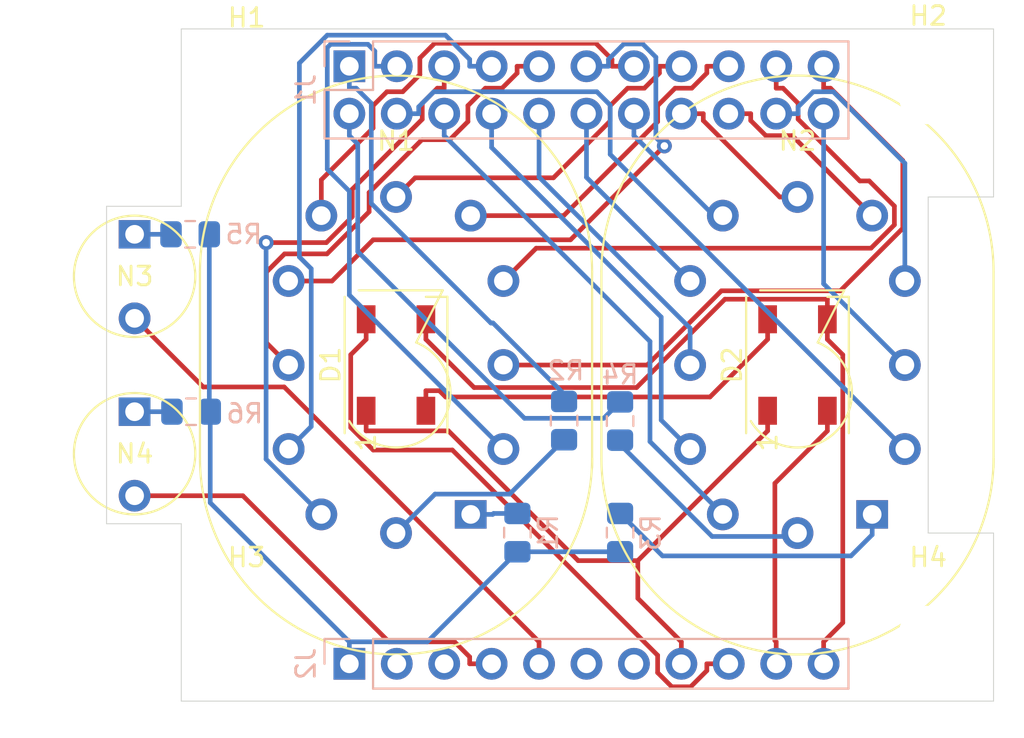
<source format=kicad_pcb>
(kicad_pcb (version 20171130) (host pcbnew 5.1.2)

  (general
    (thickness 1.6)
    (drawings 12)
    (tracks 237)
    (zones 0)
    (modules 18)
    (nets 41)
  )

  (page A4)
  (layers
    (0 F.Cu signal)
    (31 B.Cu signal)
    (32 B.Adhes user)
    (33 F.Adhes user)
    (34 B.Paste user)
    (35 F.Paste user)
    (36 B.SilkS user)
    (37 F.SilkS user)
    (38 B.Mask user)
    (39 F.Mask user)
    (40 Dwgs.User user)
    (41 Cmts.User user)
    (42 Eco1.User user)
    (43 Eco2.User user)
    (44 Edge.Cuts user)
    (45 Margin user)
    (46 B.CrtYd user)
    (47 F.CrtYd user)
    (48 B.Fab user)
    (49 F.Fab user)
  )

  (setup
    (last_trace_width 0.25)
    (trace_clearance 0.2)
    (zone_clearance 0.508)
    (zone_45_only no)
    (trace_min 0.2)
    (via_size 0.8)
    (via_drill 0.4)
    (via_min_size 0.4)
    (via_min_drill 0.3)
    (uvia_size 0.3)
    (uvia_drill 0.1)
    (uvias_allowed no)
    (uvia_min_size 0.2)
    (uvia_min_drill 0.1)
    (edge_width 0.05)
    (segment_width 0.2)
    (pcb_text_width 0.3)
    (pcb_text_size 1.5 1.5)
    (mod_edge_width 0.12)
    (mod_text_size 1 1)
    (mod_text_width 0.15)
    (pad_size 1.524 1.524)
    (pad_drill 0.762)
    (pad_to_mask_clearance 0.051)
    (solder_mask_min_width 0.25)
    (aux_axis_origin 0 0)
    (visible_elements FFFFFF7F)
    (pcbplotparams
      (layerselection 0x010f0_ffffffff)
      (usegerberextensions true)
      (usegerberattributes false)
      (usegerberadvancedattributes false)
      (creategerberjobfile false)
      (excludeedgelayer true)
      (linewidth 0.100000)
      (plotframeref false)
      (viasonmask false)
      (mode 1)
      (useauxorigin false)
      (hpglpennumber 1)
      (hpglpenspeed 20)
      (hpglpendiameter 15.000000)
      (psnegative false)
      (psa4output false)
      (plotreference true)
      (plotvalue true)
      (plotinvisibletext false)
      (padsonsilk false)
      (subtractmaskfromsilk false)
      (outputformat 1)
      (mirror false)
      (drillshape 0)
      (scaleselection 1)
      (outputdirectory "/home/andris/Dropbox/Barkacs/NixieClock/v2/nixieboard/nixieboard/gerber/"))
  )

  (net 0 "")
  (net 1 +5V)
  (net 2 "Net-(D1-Pad2)")
  (net 3 "Net-(D1-Pad4)")
  (net 4 GND)
  (net 5 "Net-(D2-Pad2)")
  (net 6 "Net-(J1-Pad1)")
  (net 7 "Net-(J1-Pad2)")
  (net 8 "Net-(J1-Pad3)")
  (net 9 "Net-(J1-Pad4)")
  (net 10 "Net-(J1-Pad5)")
  (net 11 "Net-(J1-Pad6)")
  (net 12 "Net-(J1-Pad7)")
  (net 13 "Net-(J1-Pad8)")
  (net 14 "Net-(J1-Pad9)")
  (net 15 "Net-(J1-Pad10)")
  (net 16 "Net-(J1-Pad11)")
  (net 17 "Net-(J1-Pad12)")
  (net 18 "Net-(J1-Pad13)")
  (net 19 "Net-(J1-Pad14)")
  (net 20 "Net-(J1-Pad15)")
  (net 21 "Net-(J1-Pad16)")
  (net 22 "Net-(J1-Pad17)")
  (net 23 "Net-(J1-Pad18)")
  (net 24 "Net-(J1-Pad19)")
  (net 25 "Net-(J1-Pad20)")
  (net 26 "Net-(J1-Pad21)")
  (net 27 "Net-(J1-Pad22)")
  (net 28 HT)
  (net 29 "Net-(J2-Pad2)")
  (net 30 "Net-(J2-Pad3)")
  (net 31 "Net-(J2-Pad4)")
  (net 32 "Net-(J2-Pad5)")
  (net 33 "Net-(J2-Pad6)")
  (net 34 "Net-(J2-Pad7)")
  (net 35 "Net-(N1-Pad1)")
  (net 36 "Net-(N1-Pad12)")
  (net 37 "Net-(N2-Pad12)")
  (net 38 "Net-(N2-Pad1)")
  (net 39 "Net-(N3-Pad1)")
  (net 40 "Net-(N4-Pad1)")

  (net_class Default "This is the default net class."
    (clearance 0.2)
    (trace_width 0.25)
    (via_dia 0.8)
    (via_drill 0.4)
    (uvia_dia 0.3)
    (uvia_drill 0.1)
    (add_net +5V)
    (add_net GND)
    (add_net HT)
    (add_net "Net-(D1-Pad2)")
    (add_net "Net-(D1-Pad4)")
    (add_net "Net-(D2-Pad2)")
    (add_net "Net-(J1-Pad1)")
    (add_net "Net-(J1-Pad10)")
    (add_net "Net-(J1-Pad11)")
    (add_net "Net-(J1-Pad12)")
    (add_net "Net-(J1-Pad13)")
    (add_net "Net-(J1-Pad14)")
    (add_net "Net-(J1-Pad15)")
    (add_net "Net-(J1-Pad16)")
    (add_net "Net-(J1-Pad17)")
    (add_net "Net-(J1-Pad18)")
    (add_net "Net-(J1-Pad19)")
    (add_net "Net-(J1-Pad2)")
    (add_net "Net-(J1-Pad20)")
    (add_net "Net-(J1-Pad21)")
    (add_net "Net-(J1-Pad22)")
    (add_net "Net-(J1-Pad3)")
    (add_net "Net-(J1-Pad4)")
    (add_net "Net-(J1-Pad5)")
    (add_net "Net-(J1-Pad6)")
    (add_net "Net-(J1-Pad7)")
    (add_net "Net-(J1-Pad8)")
    (add_net "Net-(J1-Pad9)")
    (add_net "Net-(J2-Pad2)")
    (add_net "Net-(J2-Pad3)")
    (add_net "Net-(J2-Pad4)")
    (add_net "Net-(J2-Pad5)")
    (add_net "Net-(J2-Pad6)")
    (add_net "Net-(J2-Pad7)")
    (add_net "Net-(N1-Pad1)")
    (add_net "Net-(N1-Pad12)")
    (add_net "Net-(N2-Pad1)")
    (add_net "Net-(N2-Pad12)")
    (add_net "Net-(N3-Pad1)")
    (add_net "Net-(N4-Pad1)")
  )

  (module Connector_PinHeader_2.54mm:PinHeader_1x11_P2.54mm_Vertical (layer B.Cu) (tedit 59FED5CC) (tstamp 5CCF6497)
    (at 128 102 270)
    (descr "Through hole straight pin header, 1x11, 2.54mm pitch, single row")
    (tags "Through hole pin header THT 1x11 2.54mm single row")
    (path /5CDB48ED)
    (fp_text reference J2 (at 0 2.33 270) (layer B.SilkS)
      (effects (font (size 1 1) (thickness 0.15)) (justify mirror))
    )
    (fp_text value PowerMisc (at 0 -27.73 270) (layer B.Fab)
      (effects (font (size 1 1) (thickness 0.15)) (justify mirror))
    )
    (fp_text user %R (at 0 -12.7) (layer B.Fab)
      (effects (font (size 1 1) (thickness 0.15)) (justify mirror))
    )
    (fp_line (start 1.8 1.8) (end -1.8 1.8) (layer B.CrtYd) (width 0.05))
    (fp_line (start 1.8 -27.2) (end 1.8 1.8) (layer B.CrtYd) (width 0.05))
    (fp_line (start -1.8 -27.2) (end 1.8 -27.2) (layer B.CrtYd) (width 0.05))
    (fp_line (start -1.8 1.8) (end -1.8 -27.2) (layer B.CrtYd) (width 0.05))
    (fp_line (start -1.33 1.33) (end 0 1.33) (layer B.SilkS) (width 0.12))
    (fp_line (start -1.33 0) (end -1.33 1.33) (layer B.SilkS) (width 0.12))
    (fp_line (start -1.33 -1.27) (end 1.33 -1.27) (layer B.SilkS) (width 0.12))
    (fp_line (start 1.33 -1.27) (end 1.33 -26.73) (layer B.SilkS) (width 0.12))
    (fp_line (start -1.33 -1.27) (end -1.33 -26.73) (layer B.SilkS) (width 0.12))
    (fp_line (start -1.33 -26.73) (end 1.33 -26.73) (layer B.SilkS) (width 0.12))
    (fp_line (start -1.27 0.635) (end -0.635 1.27) (layer B.Fab) (width 0.1))
    (fp_line (start -1.27 -26.67) (end -1.27 0.635) (layer B.Fab) (width 0.1))
    (fp_line (start 1.27 -26.67) (end -1.27 -26.67) (layer B.Fab) (width 0.1))
    (fp_line (start 1.27 1.27) (end 1.27 -26.67) (layer B.Fab) (width 0.1))
    (fp_line (start -0.635 1.27) (end 1.27 1.27) (layer B.Fab) (width 0.1))
    (pad 11 thru_hole oval (at 0 -25.4 270) (size 1.7 1.7) (drill 1) (layers *.Cu *.Mask)
      (net 4 GND))
    (pad 10 thru_hole oval (at 0 -22.86 270) (size 1.7 1.7) (drill 1) (layers *.Cu *.Mask)
      (net 5 "Net-(D2-Pad2)"))
    (pad 9 thru_hole oval (at 0 -20.32 270) (size 1.7 1.7) (drill 1) (layers *.Cu *.Mask)
      (net 3 "Net-(D1-Pad4)"))
    (pad 8 thru_hole oval (at 0 -17.78 270) (size 1.7 1.7) (drill 1) (layers *.Cu *.Mask)
      (net 1 +5V))
    (pad 7 thru_hole oval (at 0 -15.24 270) (size 1.7 1.7) (drill 1) (layers *.Cu *.Mask)
      (net 34 "Net-(J2-Pad7)"))
    (pad 6 thru_hole oval (at 0 -12.7 270) (size 1.7 1.7) (drill 1) (layers *.Cu *.Mask)
      (net 33 "Net-(J2-Pad6)"))
    (pad 5 thru_hole oval (at 0 -10.16 270) (size 1.7 1.7) (drill 1) (layers *.Cu *.Mask)
      (net 32 "Net-(J2-Pad5)"))
    (pad 4 thru_hole oval (at 0 -7.62 270) (size 1.7 1.7) (drill 1) (layers *.Cu *.Mask)
      (net 31 "Net-(J2-Pad4)"))
    (pad 3 thru_hole oval (at 0 -5.08 270) (size 1.7 1.7) (drill 1) (layers *.Cu *.Mask)
      (net 30 "Net-(J2-Pad3)"))
    (pad 2 thru_hole oval (at 0 -2.54 270) (size 1.7 1.7) (drill 1) (layers *.Cu *.Mask)
      (net 29 "Net-(J2-Pad2)"))
    (pad 1 thru_hole rect (at 0 0 270) (size 1.7 1.7) (drill 1) (layers *.Cu *.Mask)
      (net 28 HT))
    (model ${KISYS3DMOD}/Connector_PinHeader_2.54mm.3dshapes/PinHeader_1x11_P2.54mm_Vertical.wrl
      (at (xyz 0 0 0))
      (scale (xyz 1 1 1))
      (rotate (xyz 0 0 0))
    )
  )

  (module Resistor_SMD:R_0805_2012Metric_Pad1.15x1.40mm_HandSolder (layer B.Cu) (tedit 5B36C52B) (tstamp 5CCF6253)
    (at 142.5 89 90)
    (descr "Resistor SMD 0805 (2012 Metric), square (rectangular) end terminal, IPC_7351 nominal with elongated pad for handsoldering. (Body size source: https://docs.google.com/spreadsheets/d/1BsfQQcO9C6DZCsRaXUlFlo91Tg2WpOkGARC1WS5S8t0/edit?usp=sharing), generated with kicad-footprint-generator")
    (tags "resistor handsolder")
    (path /5CCF6139)
    (attr smd)
    (fp_text reference R4 (at 2.475 0 180) (layer B.SilkS)
      (effects (font (size 1 1) (thickness 0.15)) (justify mirror))
    )
    (fp_text value 500k (at 0 -1.65 270) (layer B.Fab)
      (effects (font (size 1 1) (thickness 0.15)) (justify mirror))
    )
    (fp_line (start -1 -0.6) (end -1 0.6) (layer B.Fab) (width 0.1))
    (fp_line (start -1 0.6) (end 1 0.6) (layer B.Fab) (width 0.1))
    (fp_line (start 1 0.6) (end 1 -0.6) (layer B.Fab) (width 0.1))
    (fp_line (start 1 -0.6) (end -1 -0.6) (layer B.Fab) (width 0.1))
    (fp_line (start -0.261252 0.71) (end 0.261252 0.71) (layer B.SilkS) (width 0.12))
    (fp_line (start -0.261252 -0.71) (end 0.261252 -0.71) (layer B.SilkS) (width 0.12))
    (fp_line (start -1.85 -0.95) (end -1.85 0.95) (layer B.CrtYd) (width 0.05))
    (fp_line (start -1.85 0.95) (end 1.85 0.95) (layer B.CrtYd) (width 0.05))
    (fp_line (start 1.85 0.95) (end 1.85 -0.95) (layer B.CrtYd) (width 0.05))
    (fp_line (start 1.85 -0.95) (end -1.85 -0.95) (layer B.CrtYd) (width 0.05))
    (fp_text user %R (at 0 0 270) (layer B.Fab)
      (effects (font (size 0.5 0.5) (thickness 0.08)) (justify mirror))
    )
    (pad 1 smd roundrect (at -1.025 0 90) (size 1.15 1.4) (layers B.Cu B.Paste B.Mask) (roundrect_rratio 0.217391)
      (net 37 "Net-(N2-Pad12)"))
    (pad 2 smd roundrect (at 1.025 0 90) (size 1.15 1.4) (layers B.Cu B.Paste B.Mask) (roundrect_rratio 0.217391)
      (net 7 "Net-(J1-Pad2)"))
    (model ${KISYS3DMOD}/Resistor_SMD.3dshapes/R_0805_2012Metric.wrl
      (at (xyz 0 0 0))
      (scale (xyz 1 1 1))
      (rotate (xyz 0 0 0))
    )
  )

  (module Resistor_SMD:R_0805_2012Metric_Pad1.15x1.40mm_HandSolder (layer B.Cu) (tedit 5B36C52B) (tstamp 5CCF7677)
    (at 119.475 79 180)
    (descr "Resistor SMD 0805 (2012 Metric), square (rectangular) end terminal, IPC_7351 nominal with elongated pad for handsoldering. (Body size source: https://docs.google.com/spreadsheets/d/1BsfQQcO9C6DZCsRaXUlFlo91Tg2WpOkGARC1WS5S8t0/edit?usp=sharing), generated with kicad-footprint-generator")
    (tags "resistor handsolder")
    (path /5CCF59C7)
    (attr smd)
    (fp_text reference R5 (at -2.875 0) (layer B.SilkS)
      (effects (font (size 1 1) (thickness 0.15)) (justify mirror))
    )
    (fp_text value 220k (at 0 -1.65) (layer B.Fab)
      (effects (font (size 1 1) (thickness 0.15)) (justify mirror))
    )
    (fp_line (start -1 -0.6) (end -1 0.6) (layer B.Fab) (width 0.1))
    (fp_line (start -1 0.6) (end 1 0.6) (layer B.Fab) (width 0.1))
    (fp_line (start 1 0.6) (end 1 -0.6) (layer B.Fab) (width 0.1))
    (fp_line (start 1 -0.6) (end -1 -0.6) (layer B.Fab) (width 0.1))
    (fp_line (start -0.261252 0.71) (end 0.261252 0.71) (layer B.SilkS) (width 0.12))
    (fp_line (start -0.261252 -0.71) (end 0.261252 -0.71) (layer B.SilkS) (width 0.12))
    (fp_line (start -1.85 -0.95) (end -1.85 0.95) (layer B.CrtYd) (width 0.05))
    (fp_line (start -1.85 0.95) (end 1.85 0.95) (layer B.CrtYd) (width 0.05))
    (fp_line (start 1.85 0.95) (end 1.85 -0.95) (layer B.CrtYd) (width 0.05))
    (fp_line (start 1.85 -0.95) (end -1.85 -0.95) (layer B.CrtYd) (width 0.05))
    (fp_text user %R (at 0 0) (layer B.Fab)
      (effects (font (size 0.5 0.5) (thickness 0.08)) (justify mirror))
    )
    (pad 1 smd roundrect (at -1.025 0 180) (size 1.15 1.4) (layers B.Cu B.Paste B.Mask) (roundrect_rratio 0.217391)
      (net 28 HT))
    (pad 2 smd roundrect (at 1.025 0 180) (size 1.15 1.4) (layers B.Cu B.Paste B.Mask) (roundrect_rratio 0.217391)
      (net 39 "Net-(N3-Pad1)"))
    (model ${KISYS3DMOD}/Resistor_SMD.3dshapes/R_0805_2012Metric.wrl
      (at (xyz 0 0 0))
      (scale (xyz 1 1 1))
      (rotate (xyz 0 0 0))
    )
  )

  (module LED_SMD:LED_WS2812B_PLCC4_5.0x5.0mm_P3.2mm (layer F.Cu) (tedit 5AA4B285) (tstamp 5CCF6188)
    (at 152 86 90)
    (descr https://cdn-shop.adafruit.com/datasheets/WS2812B.pdf)
    (tags "LED RGB NeoPixel")
    (path /5CCE5C1A)
    (attr smd)
    (fp_text reference D2 (at 0 -3.5 90) (layer F.SilkS)
      (effects (font (size 1 1) (thickness 0.15)))
    )
    (fp_text value WS2812B (at 0 4 90) (layer F.Fab)
      (effects (font (size 1 1) (thickness 0.15)))
    )
    (fp_circle (center 0 0) (end 0 -2) (layer F.Fab) (width 0.1))
    (fp_line (start 3.65 2.75) (end 3.65 1.6) (layer F.SilkS) (width 0.12))
    (fp_line (start -3.65 2.75) (end 3.65 2.75) (layer F.SilkS) (width 0.12))
    (fp_line (start -3.65 -2.75) (end 3.65 -2.75) (layer F.SilkS) (width 0.12))
    (fp_line (start 2.5 -2.5) (end -2.5 -2.5) (layer F.Fab) (width 0.1))
    (fp_line (start 2.5 2.5) (end 2.5 -2.5) (layer F.Fab) (width 0.1))
    (fp_line (start -2.5 2.5) (end 2.5 2.5) (layer F.Fab) (width 0.1))
    (fp_line (start -2.5 -2.5) (end -2.5 2.5) (layer F.Fab) (width 0.1))
    (fp_line (start 2.5 1.5) (end 1.5 2.5) (layer F.Fab) (width 0.1))
    (fp_line (start -3.45 -2.75) (end -3.45 2.75) (layer F.CrtYd) (width 0.05))
    (fp_line (start -3.45 2.75) (end 3.45 2.75) (layer F.CrtYd) (width 0.05))
    (fp_line (start 3.45 2.75) (end 3.45 -2.75) (layer F.CrtYd) (width 0.05))
    (fp_line (start 3.45 -2.75) (end -3.45 -2.75) (layer F.CrtYd) (width 0.05))
    (fp_text user %R (at 0 0 90) (layer F.Fab)
      (effects (font (size 0.8 0.8) (thickness 0.15)))
    )
    (fp_text user 1 (at -4.15 -1.6 90) (layer F.SilkS)
      (effects (font (size 1 1) (thickness 0.15)))
    )
    (pad 1 smd rect (at -2.45 -1.6 90) (size 1.5 1) (layers F.Cu F.Paste F.Mask)
      (net 1 +5V))
    (pad 2 smd rect (at -2.45 1.6 90) (size 1.5 1) (layers F.Cu F.Paste F.Mask)
      (net 5 "Net-(D2-Pad2)"))
    (pad 4 smd rect (at 2.45 -1.6 90) (size 1.5 1) (layers F.Cu F.Paste F.Mask)
      (net 2 "Net-(D1-Pad2)"))
    (pad 3 smd rect (at 2.45 1.6 90) (size 1.5 1) (layers F.Cu F.Paste F.Mask)
      (net 4 GND))
    (model ${KISYS3DMOD}/LED_SMD.3dshapes/LED_WS2812B_PLCC4_5.0x5.0mm_P3.2mm.wrl
      (at (xyz 0 0 0))
      (scale (xyz 1 1 1))
      (rotate (xyz 0 0 0))
    )
  )

  (module nixie:in12b_pinsocket (layer F.Cu) (tedit 5CCDF97B) (tstamp 5CCF6201)
    (at 152 86)
    (path /5CCE444D)
    (fp_text reference N2 (at 0 -12) (layer F.SilkS)
      (effects (font (size 1 1) (thickness 0.15)))
    )
    (fp_text value IN12B (at 0 13) (layer F.Fab)
      (effects (font (size 1 1) (thickness 0.15)))
    )
    (fp_line (start 2.5 -4) (end -2 -4) (layer F.SilkS) (width 0.12))
    (fp_line (start 1.08278 -1.20695) (end 2.5 -4) (layer F.SilkS) (width 0.12))
    (fp_arc (start 0 1.5) (end -2.499999 2.999999) (angle -217.234834) (layer F.SilkS) (width 0.12))
    (fp_line (start -10.5 -5) (end -10.5 5) (layer F.SilkS) (width 0.12))
    (fp_line (start 10.5 -5) (end 10.5 5.5) (layer F.SilkS) (width 0.12))
    (fp_arc (start 0 5) (end -10.5 5) (angle -180) (layer F.SilkS) (width 0.12))
    (fp_arc (start 0 -5) (end 10.5 -5) (angle -180) (layer F.SilkS) (width 0.12))
    (pad 12 thru_hole circle (at 0 9) (size 1.7 1.7) (drill 1) (layers *.Cu *.Mask)
      (net 37 "Net-(N2-Pad12)"))
    (pad 11 thru_hole circle (at -4 8) (size 1.7 1.7) (drill 1) (layers *.Cu *.Mask)
      (net 11 "Net-(J1-Pad6)"))
    (pad 10 thru_hole circle (at -5.75 4.5) (size 1.7 1.7) (drill 1) (layers *.Cu *.Mask)
      (net 13 "Net-(J1-Pad8)"))
    (pad 9 thru_hole circle (at -5.75 0) (size 1.7 1.7) (drill 1) (layers *.Cu *.Mask)
      (net 15 "Net-(J1-Pad10)"))
    (pad 8 thru_hole circle (at -5.75 -4.5) (size 1.7 1.7) (drill 1) (layers *.Cu *.Mask)
      (net 17 "Net-(J1-Pad12)"))
    (pad 7 thru_hole circle (at -4 -8) (size 1.7 1.7) (drill 1) (layers *.Cu *.Mask)
      (net 19 "Net-(J1-Pad14)"))
    (pad 6 thru_hole circle (at 0 -9) (size 1.7 1.7) (drill 1) (layers *.Cu *.Mask)
      (net 21 "Net-(J1-Pad16)"))
    (pad 5 thru_hole circle (at 4 -8) (size 1.7 1.7) (drill 1) (layers *.Cu *.Mask)
      (net 23 "Net-(J1-Pad18)"))
    (pad 4 thru_hole circle (at 5.75 -4.5) (size 1.7 1.7) (drill 1) (layers *.Cu *.Mask)
      (net 25 "Net-(J1-Pad20)"))
    (pad 3 thru_hole circle (at 5.75 0) (size 1.7 1.7) (drill 1) (layers *.Cu *.Mask)
      (net 27 "Net-(J1-Pad22)"))
    (pad 2 thru_hole circle (at 5.75 4.5) (size 1.7 1.7) (drill 1) (layers *.Cu *.Mask)
      (net 9 "Net-(J1-Pad4)"))
    (pad 1 thru_hole rect (at 4 8) (size 1.7 1.524) (drill 1) (layers *.Cu *.Mask)
      (net 38 "Net-(N2-Pad1)"))
  )

  (module nixie:in12b_pinsocket (layer F.Cu) (tedit 5CCDF97B) (tstamp 5CCF61EA)
    (at 130.5 86)
    (path /5CCE3921)
    (fp_text reference N1 (at 0 -12) (layer F.SilkS)
      (effects (font (size 1 1) (thickness 0.15)))
    )
    (fp_text value IN12B (at 0 13) (layer F.Fab)
      (effects (font (size 1 1) (thickness 0.15)))
    )
    (fp_line (start 2.5 -4) (end -2 -4) (layer F.SilkS) (width 0.12))
    (fp_line (start 1.08278 -1.20695) (end 2.5 -4) (layer F.SilkS) (width 0.12))
    (fp_arc (start 0 1.5) (end -2.499999 2.999999) (angle -217.234834) (layer F.SilkS) (width 0.12))
    (fp_line (start -10.5 -5) (end -10.5 5) (layer F.SilkS) (width 0.12))
    (fp_line (start 10.5 -5) (end 10.5 5.5) (layer F.SilkS) (width 0.12))
    (fp_arc (start 0 5) (end -10.5 5) (angle -180) (layer F.SilkS) (width 0.12))
    (fp_arc (start 0 -5) (end 10.5 -5) (angle -180) (layer F.SilkS) (width 0.12))
    (pad 12 thru_hole circle (at 0 9) (size 1.7 1.7) (drill 1) (layers *.Cu *.Mask)
      (net 36 "Net-(N1-Pad12)"))
    (pad 11 thru_hole circle (at -4 8) (size 1.7 1.7) (drill 1) (layers *.Cu *.Mask)
      (net 10 "Net-(J1-Pad5)"))
    (pad 10 thru_hole circle (at -5.75 4.5) (size 1.7 1.7) (drill 1) (layers *.Cu *.Mask)
      (net 12 "Net-(J1-Pad7)"))
    (pad 9 thru_hole circle (at -5.75 0) (size 1.7 1.7) (drill 1) (layers *.Cu *.Mask)
      (net 14 "Net-(J1-Pad9)"))
    (pad 8 thru_hole circle (at -5.75 -4.5) (size 1.7 1.7) (drill 1) (layers *.Cu *.Mask)
      (net 16 "Net-(J1-Pad11)"))
    (pad 7 thru_hole circle (at -4 -8) (size 1.7 1.7) (drill 1) (layers *.Cu *.Mask)
      (net 18 "Net-(J1-Pad13)"))
    (pad 6 thru_hole circle (at 0 -9) (size 1.7 1.7) (drill 1) (layers *.Cu *.Mask)
      (net 20 "Net-(J1-Pad15)"))
    (pad 5 thru_hole circle (at 4 -8) (size 1.7 1.7) (drill 1) (layers *.Cu *.Mask)
      (net 22 "Net-(J1-Pad17)"))
    (pad 4 thru_hole circle (at 5.75 -4.5) (size 1.7 1.7) (drill 1) (layers *.Cu *.Mask)
      (net 24 "Net-(J1-Pad19)"))
    (pad 3 thru_hole circle (at 5.75 0) (size 1.7 1.7) (drill 1) (layers *.Cu *.Mask)
      (net 26 "Net-(J1-Pad21)"))
    (pad 2 thru_hole circle (at 5.75 4.5) (size 1.7 1.7) (drill 1) (layers *.Cu *.Mask)
      (net 8 "Net-(J1-Pad3)"))
    (pad 1 thru_hole rect (at 4 8) (size 1.7 1.524) (drill 1) (layers *.Cu *.Mask)
      (net 35 "Net-(N1-Pad1)"))
  )

  (module nixie:ins-1 (layer F.Cu) (tedit 5CCEC32A) (tstamp 5CCF620F)
    (at 116.5 90.75)
    (path /5CDF8EC9)
    (fp_text reference N4 (at 0 0) (layer F.SilkS)
      (effects (font (size 1 1) (thickness 0.15)))
    )
    (fp_text value INS-1 (at -4.75 -4) (layer F.Fab)
      (effects (font (size 1 1) (thickness 0.15)))
    )
    (fp_circle (center 0 0) (end 0 -3.25) (layer F.SilkS) (width 0.12))
    (pad 2 thru_hole circle (at 0 2.25) (size 1.7 1.7) (drill 1) (layers *.Cu *.Mask)
      (net 31 "Net-(J2-Pad4)"))
    (pad 1 thru_hole rect (at 0 -2.25) (size 1.7 1.524) (drill 1) (layers *.Cu *.Mask)
      (net 40 "Net-(N4-Pad1)"))
  )

  (module Resistor_SMD:R_0805_2012Metric_Pad1.15x1.40mm_HandSolder (layer B.Cu) (tedit 5B36C52B) (tstamp 5CCF6220)
    (at 137 94.975 90)
    (descr "Resistor SMD 0805 (2012 Metric), square (rectangular) end terminal, IPC_7351 nominal with elongated pad for handsoldering. (Body size source: https://docs.google.com/spreadsheets/d/1BsfQQcO9C6DZCsRaXUlFlo91Tg2WpOkGARC1WS5S8t0/edit?usp=sharing), generated with kicad-footprint-generator")
    (tags "resistor handsolder")
    (path /5CCE4B78)
    (attr smd)
    (fp_text reference R1 (at 0 1.65 270) (layer B.SilkS)
      (effects (font (size 1 1) (thickness 0.15)) (justify mirror))
    )
    (fp_text value 68k (at 0 -1.65 270) (layer B.Fab)
      (effects (font (size 1 1) (thickness 0.15)) (justify mirror))
    )
    (fp_text user %R (at 0 0 270) (layer B.Fab)
      (effects (font (size 0.5 0.5) (thickness 0.08)) (justify mirror))
    )
    (fp_line (start 1.85 -0.95) (end -1.85 -0.95) (layer B.CrtYd) (width 0.05))
    (fp_line (start 1.85 0.95) (end 1.85 -0.95) (layer B.CrtYd) (width 0.05))
    (fp_line (start -1.85 0.95) (end 1.85 0.95) (layer B.CrtYd) (width 0.05))
    (fp_line (start -1.85 -0.95) (end -1.85 0.95) (layer B.CrtYd) (width 0.05))
    (fp_line (start -0.261252 -0.71) (end 0.261252 -0.71) (layer B.SilkS) (width 0.12))
    (fp_line (start -0.261252 0.71) (end 0.261252 0.71) (layer B.SilkS) (width 0.12))
    (fp_line (start 1 -0.6) (end -1 -0.6) (layer B.Fab) (width 0.1))
    (fp_line (start 1 0.6) (end 1 -0.6) (layer B.Fab) (width 0.1))
    (fp_line (start -1 0.6) (end 1 0.6) (layer B.Fab) (width 0.1))
    (fp_line (start -1 -0.6) (end -1 0.6) (layer B.Fab) (width 0.1))
    (pad 2 smd roundrect (at 1.025 0 90) (size 1.15 1.4) (layers B.Cu B.Paste B.Mask) (roundrect_rratio 0.217391)
      (net 35 "Net-(N1-Pad1)"))
    (pad 1 smd roundrect (at -1.025 0 90) (size 1.15 1.4) (layers B.Cu B.Paste B.Mask) (roundrect_rratio 0.217391)
      (net 28 HT))
    (model ${KISYS3DMOD}/Resistor_SMD.3dshapes/R_0805_2012Metric.wrl
      (at (xyz 0 0 0))
      (scale (xyz 1 1 1))
      (rotate (xyz 0 0 0))
    )
  )

  (module Resistor_SMD:R_0805_2012Metric_Pad1.15x1.40mm_HandSolder (layer B.Cu) (tedit 5B36C52B) (tstamp 5CCF6231)
    (at 139.5 88.975 90)
    (descr "Resistor SMD 0805 (2012 Metric), square (rectangular) end terminal, IPC_7351 nominal with elongated pad for handsoldering. (Body size source: https://docs.google.com/spreadsheets/d/1BsfQQcO9C6DZCsRaXUlFlo91Tg2WpOkGARC1WS5S8t0/edit?usp=sharing), generated with kicad-footprint-generator")
    (tags "resistor handsolder")
    (path /5CCF6457)
    (attr smd)
    (fp_text reference R2 (at 2.675 0.1) (layer B.SilkS)
      (effects (font (size 1 1) (thickness 0.15)) (justify mirror))
    )
    (fp_text value 500k (at 0 -1.65 90) (layer B.Fab)
      (effects (font (size 1 1) (thickness 0.15)) (justify mirror))
    )
    (fp_text user %R (at 0 0 90) (layer B.Fab)
      (effects (font (size 0.5 0.5) (thickness 0.08)) (justify mirror))
    )
    (fp_line (start 1.85 -0.95) (end -1.85 -0.95) (layer B.CrtYd) (width 0.05))
    (fp_line (start 1.85 0.95) (end 1.85 -0.95) (layer B.CrtYd) (width 0.05))
    (fp_line (start -1.85 0.95) (end 1.85 0.95) (layer B.CrtYd) (width 0.05))
    (fp_line (start -1.85 -0.95) (end -1.85 0.95) (layer B.CrtYd) (width 0.05))
    (fp_line (start -0.261252 -0.71) (end 0.261252 -0.71) (layer B.SilkS) (width 0.12))
    (fp_line (start -0.261252 0.71) (end 0.261252 0.71) (layer B.SilkS) (width 0.12))
    (fp_line (start 1 -0.6) (end -1 -0.6) (layer B.Fab) (width 0.1))
    (fp_line (start 1 0.6) (end 1 -0.6) (layer B.Fab) (width 0.1))
    (fp_line (start -1 0.6) (end 1 0.6) (layer B.Fab) (width 0.1))
    (fp_line (start -1 -0.6) (end -1 0.6) (layer B.Fab) (width 0.1))
    (pad 2 smd roundrect (at 1.025 0 90) (size 1.15 1.4) (layers B.Cu B.Paste B.Mask) (roundrect_rratio 0.217391)
      (net 6 "Net-(J1-Pad1)"))
    (pad 1 smd roundrect (at -1.025 0 90) (size 1.15 1.4) (layers B.Cu B.Paste B.Mask) (roundrect_rratio 0.217391)
      (net 36 "Net-(N1-Pad12)"))
    (model ${KISYS3DMOD}/Resistor_SMD.3dshapes/R_0805_2012Metric.wrl
      (at (xyz 0 0 0))
      (scale (xyz 1 1 1))
      (rotate (xyz 0 0 0))
    )
  )

  (module Connector_PinHeader_2.54mm:PinHeader_2x11_P2.54mm_Vertical (layer B.Cu) (tedit 59FED5CC) (tstamp 5CCF61B4)
    (at 128 70 270)
    (descr "Through hole straight pin header, 2x11, 2.54mm pitch, double rows")
    (tags "Through hole pin header THT 2x11 2.54mm double row")
    (path /5CD5E732)
    (fp_text reference J1 (at 1.27 2.33 270) (layer B.SilkS)
      (effects (font (size 1 1) (thickness 0.15)) (justify mirror))
    )
    (fp_text value Cathodes (at 1.27 -27.73 270) (layer B.Fab)
      (effects (font (size 1 1) (thickness 0.15)) (justify mirror))
    )
    (fp_text user %R (at 1.27 -12.7) (layer B.Fab)
      (effects (font (size 1 1) (thickness 0.15)) (justify mirror))
    )
    (fp_line (start 4.35 1.8) (end -1.8 1.8) (layer B.CrtYd) (width 0.05))
    (fp_line (start 4.35 -27.2) (end 4.35 1.8) (layer B.CrtYd) (width 0.05))
    (fp_line (start -1.8 -27.2) (end 4.35 -27.2) (layer B.CrtYd) (width 0.05))
    (fp_line (start -1.8 1.8) (end -1.8 -27.2) (layer B.CrtYd) (width 0.05))
    (fp_line (start -1.33 1.33) (end 0 1.33) (layer B.SilkS) (width 0.12))
    (fp_line (start -1.33 0) (end -1.33 1.33) (layer B.SilkS) (width 0.12))
    (fp_line (start 1.27 1.33) (end 3.87 1.33) (layer B.SilkS) (width 0.12))
    (fp_line (start 1.27 -1.27) (end 1.27 1.33) (layer B.SilkS) (width 0.12))
    (fp_line (start -1.33 -1.27) (end 1.27 -1.27) (layer B.SilkS) (width 0.12))
    (fp_line (start 3.87 1.33) (end 3.87 -26.73) (layer B.SilkS) (width 0.12))
    (fp_line (start -1.33 -1.27) (end -1.33 -26.73) (layer B.SilkS) (width 0.12))
    (fp_line (start -1.33 -26.73) (end 3.87 -26.73) (layer B.SilkS) (width 0.12))
    (fp_line (start -1.27 0) (end 0 1.27) (layer B.Fab) (width 0.1))
    (fp_line (start -1.27 -26.67) (end -1.27 0) (layer B.Fab) (width 0.1))
    (fp_line (start 3.81 -26.67) (end -1.27 -26.67) (layer B.Fab) (width 0.1))
    (fp_line (start 3.81 1.27) (end 3.81 -26.67) (layer B.Fab) (width 0.1))
    (fp_line (start 0 1.27) (end 3.81 1.27) (layer B.Fab) (width 0.1))
    (pad 22 thru_hole oval (at 2.54 -25.4 270) (size 1.7 1.7) (drill 1) (layers *.Cu *.Mask)
      (net 27 "Net-(J1-Pad22)"))
    (pad 21 thru_hole oval (at 0 -25.4 270) (size 1.7 1.7) (drill 1) (layers *.Cu *.Mask)
      (net 26 "Net-(J1-Pad21)"))
    (pad 20 thru_hole oval (at 2.54 -22.86 270) (size 1.7 1.7) (drill 1) (layers *.Cu *.Mask)
      (net 25 "Net-(J1-Pad20)"))
    (pad 19 thru_hole oval (at 0 -22.86 270) (size 1.7 1.7) (drill 1) (layers *.Cu *.Mask)
      (net 24 "Net-(J1-Pad19)"))
    (pad 18 thru_hole oval (at 2.54 -20.32 270) (size 1.7 1.7) (drill 1) (layers *.Cu *.Mask)
      (net 23 "Net-(J1-Pad18)"))
    (pad 17 thru_hole oval (at 0 -20.32 270) (size 1.7 1.7) (drill 1) (layers *.Cu *.Mask)
      (net 22 "Net-(J1-Pad17)"))
    (pad 16 thru_hole oval (at 2.54 -17.78 270) (size 1.7 1.7) (drill 1) (layers *.Cu *.Mask)
      (net 21 "Net-(J1-Pad16)"))
    (pad 15 thru_hole oval (at 0 -17.78 270) (size 1.7 1.7) (drill 1) (layers *.Cu *.Mask)
      (net 20 "Net-(J1-Pad15)"))
    (pad 14 thru_hole oval (at 2.54 -15.24 270) (size 1.7 1.7) (drill 1) (layers *.Cu *.Mask)
      (net 19 "Net-(J1-Pad14)"))
    (pad 13 thru_hole oval (at 0 -15.24 270) (size 1.7 1.7) (drill 1) (layers *.Cu *.Mask)
      (net 18 "Net-(J1-Pad13)"))
    (pad 12 thru_hole oval (at 2.54 -12.7 270) (size 1.7 1.7) (drill 1) (layers *.Cu *.Mask)
      (net 17 "Net-(J1-Pad12)"))
    (pad 11 thru_hole oval (at 0 -12.7 270) (size 1.7 1.7) (drill 1) (layers *.Cu *.Mask)
      (net 16 "Net-(J1-Pad11)"))
    (pad 10 thru_hole oval (at 2.54 -10.16 270) (size 1.7 1.7) (drill 1) (layers *.Cu *.Mask)
      (net 15 "Net-(J1-Pad10)"))
    (pad 9 thru_hole oval (at 0 -10.16 270) (size 1.7 1.7) (drill 1) (layers *.Cu *.Mask)
      (net 14 "Net-(J1-Pad9)"))
    (pad 8 thru_hole oval (at 2.54 -7.62 270) (size 1.7 1.7) (drill 1) (layers *.Cu *.Mask)
      (net 13 "Net-(J1-Pad8)"))
    (pad 7 thru_hole oval (at 0 -7.62 270) (size 1.7 1.7) (drill 1) (layers *.Cu *.Mask)
      (net 12 "Net-(J1-Pad7)"))
    (pad 6 thru_hole oval (at 2.54 -5.08 270) (size 1.7 1.7) (drill 1) (layers *.Cu *.Mask)
      (net 11 "Net-(J1-Pad6)"))
    (pad 5 thru_hole oval (at 0 -5.08 270) (size 1.7 1.7) (drill 1) (layers *.Cu *.Mask)
      (net 10 "Net-(J1-Pad5)"))
    (pad 4 thru_hole oval (at 2.54 -2.54 270) (size 1.7 1.7) (drill 1) (layers *.Cu *.Mask)
      (net 9 "Net-(J1-Pad4)"))
    (pad 3 thru_hole oval (at 0 -2.54 270) (size 1.7 1.7) (drill 1) (layers *.Cu *.Mask)
      (net 8 "Net-(J1-Pad3)"))
    (pad 2 thru_hole oval (at 2.54 0 270) (size 1.7 1.7) (drill 1) (layers *.Cu *.Mask)
      (net 7 "Net-(J1-Pad2)"))
    (pad 1 thru_hole rect (at 0 0 270) (size 1.7 1.7) (drill 1) (layers *.Cu *.Mask)
      (net 6 "Net-(J1-Pad1)"))
    (model ${KISYS3DMOD}/Connector_PinHeader_2.54mm.3dshapes/PinHeader_2x11_P2.54mm_Vertical.wrl
      (at (xyz 0 0 0))
      (scale (xyz 1 1 1))
      (rotate (xyz 0 0 0))
    )
  )

  (module Resistor_SMD:R_0805_2012Metric_Pad1.15x1.40mm_HandSolder (layer B.Cu) (tedit 5B36C52B) (tstamp 5CCF928E)
    (at 119.525 88.5 180)
    (descr "Resistor SMD 0805 (2012 Metric), square (rectangular) end terminal, IPC_7351 nominal with elongated pad for handsoldering. (Body size source: https://docs.google.com/spreadsheets/d/1BsfQQcO9C6DZCsRaXUlFlo91Tg2WpOkGARC1WS5S8t0/edit?usp=sharing), generated with kicad-footprint-generator")
    (tags "resistor handsolder")
    (path /5CCF5E4C)
    (attr smd)
    (fp_text reference R6 (at -2.875 -0.1) (layer B.SilkS)
      (effects (font (size 1 1) (thickness 0.15)) (justify mirror))
    )
    (fp_text value 220k (at 0 -1.65) (layer B.Fab)
      (effects (font (size 1 1) (thickness 0.15)) (justify mirror))
    )
    (fp_text user %R (at 0 0) (layer B.Fab)
      (effects (font (size 0.5 0.5) (thickness 0.08)) (justify mirror))
    )
    (fp_line (start 1.85 -0.95) (end -1.85 -0.95) (layer B.CrtYd) (width 0.05))
    (fp_line (start 1.85 0.95) (end 1.85 -0.95) (layer B.CrtYd) (width 0.05))
    (fp_line (start -1.85 0.95) (end 1.85 0.95) (layer B.CrtYd) (width 0.05))
    (fp_line (start -1.85 -0.95) (end -1.85 0.95) (layer B.CrtYd) (width 0.05))
    (fp_line (start -0.261252 -0.71) (end 0.261252 -0.71) (layer B.SilkS) (width 0.12))
    (fp_line (start -0.261252 0.71) (end 0.261252 0.71) (layer B.SilkS) (width 0.12))
    (fp_line (start 1 -0.6) (end -1 -0.6) (layer B.Fab) (width 0.1))
    (fp_line (start 1 0.6) (end 1 -0.6) (layer B.Fab) (width 0.1))
    (fp_line (start -1 0.6) (end 1 0.6) (layer B.Fab) (width 0.1))
    (fp_line (start -1 -0.6) (end -1 0.6) (layer B.Fab) (width 0.1))
    (pad 2 smd roundrect (at 1.025 0 180) (size 1.15 1.4) (layers B.Cu B.Paste B.Mask) (roundrect_rratio 0.217391)
      (net 40 "Net-(N4-Pad1)"))
    (pad 1 smd roundrect (at -1.025 0 180) (size 1.15 1.4) (layers B.Cu B.Paste B.Mask) (roundrect_rratio 0.217391)
      (net 28 HT))
    (model ${KISYS3DMOD}/Resistor_SMD.3dshapes/R_0805_2012Metric.wrl
      (at (xyz 0 0 0))
      (scale (xyz 1 1 1))
      (rotate (xyz 0 0 0))
    )
  )

  (module Resistor_SMD:R_0805_2012Metric_Pad1.15x1.40mm_HandSolder (layer B.Cu) (tedit 5B36C52B) (tstamp 5CCF6242)
    (at 142.5 94.975 90)
    (descr "Resistor SMD 0805 (2012 Metric), square (rectangular) end terminal, IPC_7351 nominal with elongated pad for handsoldering. (Body size source: https://docs.google.com/spreadsheets/d/1BsfQQcO9C6DZCsRaXUlFlo91Tg2WpOkGARC1WS5S8t0/edit?usp=sharing), generated with kicad-footprint-generator")
    (tags "resistor handsolder")
    (path /5CCE586E)
    (attr smd)
    (fp_text reference R3 (at 0 1.65 90) (layer B.SilkS)
      (effects (font (size 1 1) (thickness 0.15)) (justify mirror))
    )
    (fp_text value 68k (at 0 -1.65 90) (layer B.Fab)
      (effects (font (size 1 1) (thickness 0.15)) (justify mirror))
    )
    (fp_text user %R (at 0 0 90) (layer B.Fab)
      (effects (font (size 0.5 0.5) (thickness 0.08)) (justify mirror))
    )
    (fp_line (start 1.85 -0.95) (end -1.85 -0.95) (layer B.CrtYd) (width 0.05))
    (fp_line (start 1.85 0.95) (end 1.85 -0.95) (layer B.CrtYd) (width 0.05))
    (fp_line (start -1.85 0.95) (end 1.85 0.95) (layer B.CrtYd) (width 0.05))
    (fp_line (start -1.85 -0.95) (end -1.85 0.95) (layer B.CrtYd) (width 0.05))
    (fp_line (start -0.261252 -0.71) (end 0.261252 -0.71) (layer B.SilkS) (width 0.12))
    (fp_line (start -0.261252 0.71) (end 0.261252 0.71) (layer B.SilkS) (width 0.12))
    (fp_line (start 1 -0.6) (end -1 -0.6) (layer B.Fab) (width 0.1))
    (fp_line (start 1 0.6) (end 1 -0.6) (layer B.Fab) (width 0.1))
    (fp_line (start -1 0.6) (end 1 0.6) (layer B.Fab) (width 0.1))
    (fp_line (start -1 -0.6) (end -1 0.6) (layer B.Fab) (width 0.1))
    (pad 2 smd roundrect (at 1.025 0 90) (size 1.15 1.4) (layers B.Cu B.Paste B.Mask) (roundrect_rratio 0.217391)
      (net 38 "Net-(N2-Pad1)"))
    (pad 1 smd roundrect (at -1.025 0 90) (size 1.15 1.4) (layers B.Cu B.Paste B.Mask) (roundrect_rratio 0.217391)
      (net 28 HT))
    (model ${KISYS3DMOD}/Resistor_SMD.3dshapes/R_0805_2012Metric.wrl
      (at (xyz 0 0 0))
      (scale (xyz 1 1 1))
      (rotate (xyz 0 0 0))
    )
  )

  (module nixie:ins-1 (layer F.Cu) (tedit 5CCEC32A) (tstamp 5CCF6B99)
    (at 116.5 81.25)
    (path /5CDF8529)
    (fp_text reference N3 (at 0 0) (layer F.SilkS)
      (effects (font (size 1 1) (thickness 0.15)))
    )
    (fp_text value INS-1 (at -4.75 -4) (layer F.Fab)
      (effects (font (size 1 1) (thickness 0.15)))
    )
    (fp_circle (center 0 0) (end 0 -3.25) (layer F.SilkS) (width 0.12))
    (pad 2 thru_hole circle (at 0 2.25) (size 1.7 1.7) (drill 1) (layers *.Cu *.Mask)
      (net 32 "Net-(J2-Pad5)"))
    (pad 1 thru_hole rect (at 0 -2.25) (size 1.7 1.524) (drill 1) (layers *.Cu *.Mask)
      (net 39 "Net-(N3-Pad1)"))
  )

  (module LED_SMD:LED_WS2812B_PLCC4_5.0x5.0mm_P3.2mm (layer F.Cu) (tedit 5AA4B285) (tstamp 5CCF6171)
    (at 130.5 86 90)
    (descr https://cdn-shop.adafruit.com/datasheets/WS2812B.pdf)
    (tags "LED RGB NeoPixel")
    (path /5CCE628E)
    (attr smd)
    (fp_text reference D1 (at 0 -3.5 90) (layer F.SilkS)
      (effects (font (size 1 1) (thickness 0.15)))
    )
    (fp_text value WS2812B (at 0 4 90) (layer F.Fab)
      (effects (font (size 1 1) (thickness 0.15)))
    )
    (fp_circle (center 0 0) (end 0 -2) (layer F.Fab) (width 0.1))
    (fp_line (start 3.65 2.75) (end 3.65 1.6) (layer F.SilkS) (width 0.12))
    (fp_line (start -3.65 2.75) (end 3.65 2.75) (layer F.SilkS) (width 0.12))
    (fp_line (start -3.65 -2.75) (end 3.65 -2.75) (layer F.SilkS) (width 0.12))
    (fp_line (start 2.5 -2.5) (end -2.5 -2.5) (layer F.Fab) (width 0.1))
    (fp_line (start 2.5 2.5) (end 2.5 -2.5) (layer F.Fab) (width 0.1))
    (fp_line (start -2.5 2.5) (end 2.5 2.5) (layer F.Fab) (width 0.1))
    (fp_line (start -2.5 -2.5) (end -2.5 2.5) (layer F.Fab) (width 0.1))
    (fp_line (start 2.5 1.5) (end 1.5 2.5) (layer F.Fab) (width 0.1))
    (fp_line (start -3.45 -2.75) (end -3.45 2.75) (layer F.CrtYd) (width 0.05))
    (fp_line (start -3.45 2.75) (end 3.45 2.75) (layer F.CrtYd) (width 0.05))
    (fp_line (start 3.45 2.75) (end 3.45 -2.75) (layer F.CrtYd) (width 0.05))
    (fp_line (start 3.45 -2.75) (end -3.45 -2.75) (layer F.CrtYd) (width 0.05))
    (fp_text user %R (at 0 0 90) (layer F.Fab)
      (effects (font (size 0.8 0.8) (thickness 0.15)))
    )
    (fp_text user 1 (at -4.15 -1.6 90) (layer F.SilkS)
      (effects (font (size 1 1) (thickness 0.15)))
    )
    (pad 1 smd rect (at -2.45 -1.6 90) (size 1.5 1) (layers F.Cu F.Paste F.Mask)
      (net 1 +5V))
    (pad 2 smd rect (at -2.45 1.6 90) (size 1.5 1) (layers F.Cu F.Paste F.Mask)
      (net 2 "Net-(D1-Pad2)"))
    (pad 4 smd rect (at 2.45 -1.6 90) (size 1.5 1) (layers F.Cu F.Paste F.Mask)
      (net 3 "Net-(D1-Pad4)"))
    (pad 3 smd rect (at 2.45 1.6 90) (size 1.5 1) (layers F.Cu F.Paste F.Mask)
      (net 4 GND))
    (model ${KISYS3DMOD}/LED_SMD.3dshapes/LED_WS2812B_PLCC4_5.0x5.0mm_P3.2mm.wrl
      (at (xyz 0 0 0))
      (scale (xyz 1 1 1))
      (rotate (xyz 0 0 0))
    )
  )

  (module MountingHole:MountingHole_3.2mm_M3 (layer F.Cu) (tedit 56D1B4CB) (tstamp 5CCF8FAC)
    (at 122.5 71.6)
    (descr "Mounting Hole 3.2mm, no annular, M3")
    (tags "mounting hole 3.2mm no annular m3")
    (path /5CE49135)
    (attr virtual)
    (fp_text reference H1 (at 0 -4.2) (layer F.SilkS)
      (effects (font (size 1 1) (thickness 0.15)))
    )
    (fp_text value MountingHole (at 0 4.2) (layer F.Fab)
      (effects (font (size 1 1) (thickness 0.15)))
    )
    (fp_text user %R (at 0 0) (layer F.Fab)
      (effects (font (size 1 1) (thickness 0.15)))
    )
    (fp_circle (center 0 0) (end 3.2 0) (layer Cmts.User) (width 0.15))
    (fp_circle (center 0 0) (end 3.45 0) (layer F.CrtYd) (width 0.05))
    (pad 1 np_thru_hole circle (at 0 0) (size 3.2 3.2) (drill 3.2) (layers *.Cu *.Mask))
  )

  (module MountingHole:MountingHole_3.2mm_M3 (layer F.Cu) (tedit 56D1B4CB) (tstamp 5CCF8FB4)
    (at 159 71.5)
    (descr "Mounting Hole 3.2mm, no annular, M3")
    (tags "mounting hole 3.2mm no annular m3")
    (path /5CE49B82)
    (attr virtual)
    (fp_text reference H2 (at 0 -4.2) (layer F.SilkS)
      (effects (font (size 1 1) (thickness 0.15)))
    )
    (fp_text value MountingHole (at 0 4.2) (layer F.Fab)
      (effects (font (size 1 1) (thickness 0.15)))
    )
    (fp_circle (center 0 0) (end 3.45 0) (layer F.CrtYd) (width 0.05))
    (fp_circle (center 0 0) (end 3.2 0) (layer Cmts.User) (width 0.15))
    (fp_text user %R (at 0.3 0) (layer F.Fab)
      (effects (font (size 1 1) (thickness 0.15)))
    )
    (pad 1 np_thru_hole circle (at 0 0) (size 3.2 3.2) (drill 3.2) (layers *.Cu *.Mask))
  )

  (module MountingHole:MountingHole_3.2mm_M3 (layer F.Cu) (tedit 56D1B4CB) (tstamp 5CCF8FBC)
    (at 122.5 100.5)
    (descr "Mounting Hole 3.2mm, no annular, M3")
    (tags "mounting hole 3.2mm no annular m3")
    (path /5CE49ECF)
    (attr virtual)
    (fp_text reference H3 (at 0 -4.2) (layer F.SilkS)
      (effects (font (size 1 1) (thickness 0.15)))
    )
    (fp_text value MountingHole (at 0 4.2) (layer F.Fab)
      (effects (font (size 1 1) (thickness 0.15)))
    )
    (fp_text user %R (at 0.3 0) (layer F.Fab)
      (effects (font (size 1 1) (thickness 0.15)))
    )
    (fp_circle (center 0 0) (end 3.2 0) (layer Cmts.User) (width 0.15))
    (fp_circle (center 0 0) (end 3.45 0) (layer F.CrtYd) (width 0.05))
    (pad 1 np_thru_hole circle (at 0 0) (size 3.2 3.2) (drill 3.2) (layers *.Cu *.Mask))
  )

  (module MountingHole:MountingHole_3.2mm_M3 (layer F.Cu) (tedit 56D1B4CB) (tstamp 5CCF8FC4)
    (at 159 100.5)
    (descr "Mounting Hole 3.2mm, no annular, M3")
    (tags "mounting hole 3.2mm no annular m3")
    (path /5CE4A089)
    (attr virtual)
    (fp_text reference H4 (at 0 -4.2) (layer F.SilkS)
      (effects (font (size 1 1) (thickness 0.15)))
    )
    (fp_text value MountingHole (at 0 4.2) (layer F.Fab)
      (effects (font (size 1 1) (thickness 0.15)))
    )
    (fp_circle (center 0 0) (end 3.45 0) (layer F.CrtYd) (width 0.05))
    (fp_circle (center 0 0) (end 3.2 0) (layer Cmts.User) (width 0.15))
    (fp_text user %R (at 0.3 0) (layer F.Fab)
      (effects (font (size 1 1) (thickness 0.15)))
    )
    (pad 1 np_thru_hole circle (at 0 0) (size 3.2 3.2) (drill 3.2) (layers *.Cu *.Mask))
  )

  (gr_line (start 162.5 95) (end 162.5 104) (layer Edge.Cuts) (width 0.05) (tstamp 5CCEF7F2))
  (gr_line (start 162.5 77) (end 162.5 68) (layer Edge.Cuts) (width 0.05) (tstamp 5CCEF7F1))
  (gr_line (start 159 77) (end 162.5 77) (layer Edge.Cuts) (width 0.05))
  (gr_line (start 159 95) (end 159 77) (layer Edge.Cuts) (width 0.05))
  (gr_line (start 162.5 95) (end 159 95) (layer Edge.Cuts) (width 0.05))
  (gr_line (start 119 104) (end 162.5 104) (layer Edge.Cuts) (width 0.05))
  (gr_line (start 119 94.5) (end 119 104) (layer Edge.Cuts) (width 0.05))
  (gr_line (start 115 94.5) (end 119 94.5) (layer Edge.Cuts) (width 0.05))
  (gr_line (start 115 77.5) (end 115 94.5) (layer Edge.Cuts) (width 0.05))
  (gr_line (start 119 77.5) (end 115 77.5) (layer Edge.Cuts) (width 0.05))
  (gr_line (start 119 68) (end 119 77.5) (layer Edge.Cuts) (width 0.05))
  (gr_line (start 119 68) (end 162.5 68) (layer Edge.Cuts) (width 0.05))

  (segment (start 143.4491 96.4762) (end 140.2562 96.4762) (width 0.25) (layer F.Cu) (net 1))
  (segment (start 140.2562 96.4762) (end 133.3053 89.5253) (width 0.25) (layer F.Cu) (net 1))
  (segment (start 133.3053 89.5253) (end 128.9 89.5253) (width 0.25) (layer F.Cu) (net 1))
  (segment (start 150.4 89.5253) (end 143.4491 96.4762) (width 0.25) (layer F.Cu) (net 1))
  (segment (start 143.4491 96.4762) (end 143.4491 98.4938) (width 0.25) (layer F.Cu) (net 1))
  (segment (start 143.4491 98.4938) (end 145.78 100.8247) (width 0.25) (layer F.Cu) (net 1))
  (segment (start 150.4 88.45) (end 150.4 89.5253) (width 0.25) (layer F.Cu) (net 1))
  (segment (start 145.78 102) (end 145.78 100.8247) (width 0.25) (layer F.Cu) (net 1))
  (segment (start 128.9 88.45) (end 128.9 89.5253) (width 0.25) (layer F.Cu) (net 1))
  (segment (start 150.4 83.55) (end 150.4 84.6253) (width 0.25) (layer F.Cu) (net 2))
  (segment (start 132.1 88.45) (end 132.1 87.3747) (width 0.25) (layer F.Cu) (net 2))
  (segment (start 132.1 87.3747) (end 132.8221 87.3747) (width 0.25) (layer F.Cu) (net 2))
  (segment (start 132.8221 87.3747) (end 133.1581 87.7107) (width 0.25) (layer F.Cu) (net 2))
  (segment (start 133.1581 87.7107) (end 147.3146 87.7107) (width 0.25) (layer F.Cu) (net 2))
  (segment (start 147.3146 87.7107) (end 150.4 84.6253) (width 0.25) (layer F.Cu) (net 2))
  (segment (start 128.9 84.6253) (end 128.0747 85.4506) (width 0.25) (layer F.Cu) (net 3))
  (segment (start 128.0747 85.4506) (end 128.0747 89.3496) (width 0.25) (layer F.Cu) (net 3))
  (segment (start 128.0747 89.3496) (end 129.2778 90.5527) (width 0.25) (layer F.Cu) (net 3))
  (segment (start 129.2778 90.5527) (end 133.5168 90.5527) (width 0.25) (layer F.Cu) (net 3))
  (segment (start 133.5168 90.5527) (end 144.51 101.5459) (width 0.25) (layer F.Cu) (net 3))
  (segment (start 144.51 101.5459) (end 144.51 102.4732) (width 0.25) (layer F.Cu) (net 3))
  (segment (start 144.51 102.4732) (end 145.2686 103.2318) (width 0.25) (layer F.Cu) (net 3))
  (segment (start 145.2686 103.2318) (end 146.2802 103.2318) (width 0.25) (layer F.Cu) (net 3))
  (segment (start 146.2802 103.2318) (end 147.1447 102.3673) (width 0.25) (layer F.Cu) (net 3))
  (segment (start 147.1447 102.3673) (end 147.1447 102) (width 0.25) (layer F.Cu) (net 3))
  (segment (start 128.9 83.55) (end 128.9 84.6253) (width 0.25) (layer F.Cu) (net 3))
  (segment (start 148.32 102) (end 147.1447 102) (width 0.25) (layer F.Cu) (net 3))
  (segment (start 153.6 82.4747) (end 148.1131 82.4747) (width 0.25) (layer F.Cu) (net 4))
  (segment (start 148.1131 82.4747) (end 143.3819 87.2059) (width 0.25) (layer F.Cu) (net 4))
  (segment (start 143.3819 87.2059) (end 134.6806 87.2059) (width 0.25) (layer F.Cu) (net 4))
  (segment (start 134.6806 87.2059) (end 132.1 84.6253) (width 0.25) (layer F.Cu) (net 4))
  (segment (start 153.6 83.55) (end 153.6 82.4747) (width 0.25) (layer F.Cu) (net 4))
  (segment (start 132.1 83.55) (end 132.1 84.6253) (width 0.25) (layer F.Cu) (net 4))
  (segment (start 153.4 102) (end 153.4 100.8247) (width 0.25) (layer F.Cu) (net 4))
  (segment (start 153.6 83.55) (end 153.6 84.6253) (width 0.25) (layer F.Cu) (net 4))
  (segment (start 153.6 84.6253) (end 154.4253 85.4506) (width 0.25) (layer F.Cu) (net 4))
  (segment (start 154.4253 85.4506) (end 154.4253 99.7994) (width 0.25) (layer F.Cu) (net 4))
  (segment (start 154.4253 99.7994) (end 153.4 100.8247) (width 0.25) (layer F.Cu) (net 4))
  (segment (start 150.86 102) (end 150.86 100.8247) (width 0.25) (layer F.Cu) (net 5))
  (segment (start 153.6 88.45) (end 153.6 89.5253) (width 0.25) (layer F.Cu) (net 5))
  (segment (start 153.6 89.5253) (end 150.7889 92.3364) (width 0.25) (layer F.Cu) (net 5))
  (segment (start 150.7889 92.3364) (end 150.7889 100.7536) (width 0.25) (layer F.Cu) (net 5))
  (segment (start 150.7889 100.7536) (end 150.86 100.8247) (width 0.25) (layer F.Cu) (net 5))
  (segment (start 128 70) (end 128 71.1753) (width 0.25) (layer B.Cu) (net 6))
  (segment (start 128 71.1753) (end 128.3674 71.1753) (width 0.25) (layer B.Cu) (net 6))
  (segment (start 128.3674 71.1753) (end 129.1753 71.9832) (width 0.25) (layer B.Cu) (net 6))
  (segment (start 129.1753 71.9832) (end 129.1753 77.3447) (width 0.25) (layer B.Cu) (net 6))
  (segment (start 129.1753 77.3447) (end 135.5806 83.75) (width 0.25) (layer B.Cu) (net 6))
  (segment (start 135.5806 83.75) (end 135.6959 83.75) (width 0.25) (layer B.Cu) (net 6))
  (segment (start 135.6959 83.75) (end 139.5 87.5541) (width 0.25) (layer B.Cu) (net 6))
  (segment (start 139.5 87.5541) (end 139.5 87.95) (width 0.25) (layer B.Cu) (net 6))
  (segment (start 128 72.54) (end 128 73.7153) (width 0.25) (layer B.Cu) (net 7))
  (segment (start 128 73.7153) (end 128.4504 74.1657) (width 0.25) (layer B.Cu) (net 7))
  (segment (start 128.4504 74.1657) (end 128.4504 79.9236) (width 0.25) (layer B.Cu) (net 7))
  (segment (start 128.4504 79.9236) (end 137.3807 88.8539) (width 0.25) (layer B.Cu) (net 7))
  (segment (start 137.3807 88.8539) (end 141.6211 88.8539) (width 0.25) (layer B.Cu) (net 7))
  (segment (start 141.6211 88.8539) (end 142.5 87.975) (width 0.25) (layer B.Cu) (net 7))
  (segment (start 130.54 70) (end 129.3647 70) (width 0.25) (layer B.Cu) (net 8))
  (segment (start 129.3647 70) (end 129.3647 69.192) (width 0.25) (layer B.Cu) (net 8))
  (segment (start 129.3647 69.192) (end 128.9973 68.8246) (width 0.25) (layer B.Cu) (net 8))
  (segment (start 128.9973 68.8246) (end 126.9955 68.8246) (width 0.25) (layer B.Cu) (net 8))
  (segment (start 126.9955 68.8246) (end 126.8178 69.0023) (width 0.25) (layer B.Cu) (net 8))
  (segment (start 126.8178 69.0023) (end 126.8178 75.5103) (width 0.25) (layer B.Cu) (net 8))
  (segment (start 126.8178 75.5103) (end 128 76.6925) (width 0.25) (layer B.Cu) (net 8))
  (segment (start 128 76.6925) (end 128 82.25) (width 0.25) (layer B.Cu) (net 8))
  (segment (start 128 82.25) (end 136.25 90.5) (width 0.25) (layer B.Cu) (net 8))
  (segment (start 130.54 72.54) (end 131.7153 72.54) (width 0.25) (layer B.Cu) (net 9))
  (segment (start 157.75 90.5) (end 141.97 74.72) (width 0.25) (layer B.Cu) (net 9))
  (segment (start 141.97 74.72) (end 141.97 72.0818) (width 0.25) (layer B.Cu) (net 9))
  (segment (start 141.97 72.0818) (end 141.2529 71.3647) (width 0.25) (layer B.Cu) (net 9))
  (segment (start 141.2529 71.3647) (end 132.5232 71.3647) (width 0.25) (layer B.Cu) (net 9))
  (segment (start 132.5232 71.3647) (end 131.7153 72.1726) (width 0.25) (layer B.Cu) (net 9))
  (segment (start 131.7153 72.1726) (end 131.7153 72.54) (width 0.25) (layer B.Cu) (net 9))
  (segment (start 133.08 71.1753) (end 132.7126 71.1753) (width 0.25) (layer F.Cu) (net 10))
  (segment (start 132.7126 71.1753) (end 131.9047 71.9832) (width 0.25) (layer F.Cu) (net 10))
  (segment (start 131.9047 71.9832) (end 131.9047 72.8376) (width 0.25) (layer F.Cu) (net 10))
  (segment (start 131.9047 72.8376) (end 128.1581 76.5842) (width 0.25) (layer F.Cu) (net 10))
  (segment (start 128.1581 76.5842) (end 128.1581 78.0568) (width 0.25) (layer F.Cu) (net 10))
  (segment (start 128.1581 78.0568) (end 126.771 79.4439) (width 0.25) (layer F.Cu) (net 10))
  (segment (start 126.771 79.4439) (end 123.5417 79.4439) (width 0.25) (layer F.Cu) (net 10))
  (segment (start 126.5 94) (end 123.5417 91.0417) (width 0.25) (layer B.Cu) (net 10))
  (segment (start 123.5417 91.0417) (end 123.5417 79.4439) (width 0.25) (layer B.Cu) (net 10))
  (segment (start 133.08 70) (end 133.08 71.1753) (width 0.25) (layer F.Cu) (net 10))
  (via (at 123.5417 79.4439) (size 0.8) (layers F.Cu B.Cu) (net 10))
  (segment (start 133.08 72.54) (end 133.08 73.7153) (width 0.25) (layer B.Cu) (net 11))
  (segment (start 133.08 73.7153) (end 144.1007 84.736) (width 0.25) (layer B.Cu) (net 11))
  (segment (start 144.1007 84.736) (end 144.1007 90.1007) (width 0.25) (layer B.Cu) (net 11))
  (segment (start 144.1007 90.1007) (end 148 94) (width 0.25) (layer B.Cu) (net 11))
  (segment (start 135.62 70) (end 134.4447 70) (width 0.25) (layer B.Cu) (net 12))
  (segment (start 134.4447 70) (end 134.4447 69.6327) (width 0.25) (layer B.Cu) (net 12))
  (segment (start 134.4447 69.6327) (end 133.1474 68.3354) (width 0.25) (layer B.Cu) (net 12))
  (segment (start 133.1474 68.3354) (end 126.8178 68.3354) (width 0.25) (layer B.Cu) (net 12))
  (segment (start 126.8178 68.3354) (end 125.3246 69.8286) (width 0.25) (layer B.Cu) (net 12))
  (segment (start 125.3246 69.8286) (end 125.3246 80.2115) (width 0.25) (layer B.Cu) (net 12))
  (segment (start 125.3246 80.2115) (end 125.959 80.8459) (width 0.25) (layer B.Cu) (net 12))
  (segment (start 125.959 80.8459) (end 125.959 89.291) (width 0.25) (layer B.Cu) (net 12))
  (segment (start 125.959 89.291) (end 124.75 90.5) (width 0.25) (layer B.Cu) (net 12))
  (segment (start 135.62 73.7153) (end 135.62 74.3521) (width 0.25) (layer B.Cu) (net 13))
  (segment (start 135.62 74.3521) (end 144.7017 83.4338) (width 0.25) (layer B.Cu) (net 13))
  (segment (start 144.7017 83.4338) (end 144.7017 88.9517) (width 0.25) (layer B.Cu) (net 13))
  (segment (start 144.7017 88.9517) (end 146.25 90.5) (width 0.25) (layer B.Cu) (net 13))
  (segment (start 135.62 72.54) (end 135.62 73.7153) (width 0.25) (layer B.Cu) (net 13))
  (segment (start 124.75 86) (end 123.5599 84.8099) (width 0.25) (layer F.Cu) (net 14))
  (segment (start 123.5599 84.8099) (end 123.5599 81.0196) (width 0.25) (layer F.Cu) (net 14))
  (segment (start 123.5599 81.0196) (end 124.5325 80.047) (width 0.25) (layer F.Cu) (net 14))
  (segment (start 124.5325 80.047) (end 126.8048 80.047) (width 0.25) (layer F.Cu) (net 14))
  (segment (start 126.8048 80.047) (end 129.0587 77.7931) (width 0.25) (layer F.Cu) (net 14))
  (segment (start 129.0587 77.7931) (end 129.0587 76.7627) (width 0.25) (layer F.Cu) (net 14))
  (segment (start 129.0587 76.7627) (end 131.8882 73.9332) (width 0.25) (layer F.Cu) (net 14))
  (segment (start 131.8882 73.9332) (end 133.3808 73.9332) (width 0.25) (layer F.Cu) (net 14))
  (segment (start 133.3808 73.9332) (end 134.35 72.964) (width 0.25) (layer F.Cu) (net 14))
  (segment (start 134.35 72.964) (end 134.35 72.109) (width 0.25) (layer F.Cu) (net 14))
  (segment (start 134.35 72.109) (end 135.2837 71.1753) (width 0.25) (layer F.Cu) (net 14))
  (segment (start 135.2837 71.1753) (end 136.1768 71.1753) (width 0.25) (layer F.Cu) (net 14))
  (segment (start 136.1768 71.1753) (end 136.9847 70.3674) (width 0.25) (layer F.Cu) (net 14))
  (segment (start 136.9847 70.3674) (end 136.9847 70) (width 0.25) (layer F.Cu) (net 14))
  (segment (start 138.16 70) (end 136.9847 70) (width 0.25) (layer F.Cu) (net 14))
  (segment (start 138.16 72.54) (end 138.16 73.7153) (width 0.25) (layer B.Cu) (net 15))
  (segment (start 138.16 73.7153) (end 138.16 75.937) (width 0.25) (layer B.Cu) (net 15))
  (segment (start 138.16 75.937) (end 146.25 84.027) (width 0.25) (layer B.Cu) (net 15))
  (segment (start 146.25 84.027) (end 146.25 86) (width 0.25) (layer B.Cu) (net 15))
  (segment (start 144.8714 74.2666) (end 139.8448 79.2932) (width 0.25) (layer F.Cu) (net 16))
  (segment (start 139.8448 79.2932) (end 129.2788 79.2932) (width 0.25) (layer F.Cu) (net 16))
  (segment (start 129.2788 79.2932) (end 127.072 81.5) (width 0.25) (layer F.Cu) (net 16))
  (segment (start 127.072 81.5) (end 124.75 81.5) (width 0.25) (layer F.Cu) (net 16))
  (segment (start 141.8753 70) (end 141.8753 69.6327) (width 0.25) (layer B.Cu) (net 16))
  (segment (start 141.8753 69.6327) (end 142.7008 68.8072) (width 0.25) (layer B.Cu) (net 16))
  (segment (start 142.7008 68.8072) (end 143.712 68.8072) (width 0.25) (layer B.Cu) (net 16))
  (segment (start 143.712 68.8072) (end 144.4154 69.5106) (width 0.25) (layer B.Cu) (net 16))
  (segment (start 144.4154 69.5106) (end 144.4154 73.8106) (width 0.25) (layer B.Cu) (net 16))
  (segment (start 144.4154 73.8106) (end 144.8714 74.2666) (width 0.25) (layer B.Cu) (net 16))
  (segment (start 140.7 70) (end 141.8753 70) (width 0.25) (layer B.Cu) (net 16))
  (via (at 144.8714 74.2666) (size 0.8) (layers F.Cu B.Cu) (net 16))
  (segment (start 140.7 72.54) (end 140.7 75.95) (width 0.25) (layer B.Cu) (net 17))
  (segment (start 140.7 75.95) (end 146.25 81.5) (width 0.25) (layer B.Cu) (net 17))
  (segment (start 143.24 70) (end 142.0647 70) (width 0.25) (layer F.Cu) (net 18))
  (segment (start 142.0647 70) (end 142.0647 69.6327) (width 0.25) (layer F.Cu) (net 18))
  (segment (start 142.0647 69.6327) (end 141.2002 68.7682) (width 0.25) (layer F.Cu) (net 18))
  (segment (start 141.2002 68.7682) (end 132.5686 68.7682) (width 0.25) (layer F.Cu) (net 18))
  (segment (start 132.5686 68.7682) (end 131.7766 69.5602) (width 0.25) (layer F.Cu) (net 18))
  (segment (start 131.7766 69.5602) (end 131.7766 70.4476) (width 0.25) (layer F.Cu) (net 18))
  (segment (start 131.7766 70.4476) (end 130.8596 71.3646) (width 0.25) (layer F.Cu) (net 18))
  (segment (start 130.8596 71.3646) (end 130.0144 71.3646) (width 0.25) (layer F.Cu) (net 18))
  (segment (start 130.0144 71.3646) (end 129.27 72.109) (width 0.25) (layer F.Cu) (net 18))
  (segment (start 129.27 72.109) (end 129.27 73.3088) (width 0.25) (layer F.Cu) (net 18))
  (segment (start 129.27 73.3088) (end 126.5 76.0788) (width 0.25) (layer F.Cu) (net 18))
  (segment (start 126.5 76.0788) (end 126.5 78) (width 0.25) (layer F.Cu) (net 18))
  (segment (start 143.24 73.7153) (end 147.5247 78) (width 0.25) (layer B.Cu) (net 19))
  (segment (start 147.5247 78) (end 148 78) (width 0.25) (layer B.Cu) (net 19))
  (segment (start 143.24 72.54) (end 143.24 73.7153) (width 0.25) (layer B.Cu) (net 19))
  (segment (start 145.78 70) (end 144.6047 70) (width 0.25) (layer F.Cu) (net 20))
  (segment (start 144.6047 70) (end 144.6047 70.3674) (width 0.25) (layer F.Cu) (net 20))
  (segment (start 144.6047 70.3674) (end 143.7968 71.1753) (width 0.25) (layer F.Cu) (net 20))
  (segment (start 143.7968 71.1753) (end 142.9037 71.1753) (width 0.25) (layer F.Cu) (net 20))
  (segment (start 142.9037 71.1753) (end 141.97 72.109) (width 0.25) (layer F.Cu) (net 20))
  (segment (start 141.97 72.109) (end 141.97 72.933) (width 0.25) (layer F.Cu) (net 20))
  (segment (start 141.97 72.933) (end 138.9293 75.9737) (width 0.25) (layer F.Cu) (net 20))
  (segment (start 138.9293 75.9737) (end 131.5263 75.9737) (width 0.25) (layer F.Cu) (net 20))
  (segment (start 131.5263 75.9737) (end 130.5 77) (width 0.25) (layer F.Cu) (net 20))
  (segment (start 145.78 72.54) (end 146.9553 72.54) (width 0.25) (layer F.Cu) (net 21))
  (segment (start 146.9553 72.54) (end 146.9553 72.9073) (width 0.25) (layer F.Cu) (net 21))
  (segment (start 146.9553 72.9073) (end 151.048 77) (width 0.25) (layer F.Cu) (net 21))
  (segment (start 151.048 77) (end 152 77) (width 0.25) (layer F.Cu) (net 21))
  (segment (start 148.32 70) (end 147.1447 70) (width 0.25) (layer F.Cu) (net 22))
  (segment (start 147.1447 70) (end 147.1447 70.3674) (width 0.25) (layer F.Cu) (net 22))
  (segment (start 147.1447 70.3674) (end 146.3368 71.1753) (width 0.25) (layer F.Cu) (net 22))
  (segment (start 146.3368 71.1753) (end 145.4437 71.1753) (width 0.25) (layer F.Cu) (net 22))
  (segment (start 145.4437 71.1753) (end 144.51 72.109) (width 0.25) (layer F.Cu) (net 22))
  (segment (start 144.51 72.109) (end 144.51 72.9689) (width 0.25) (layer F.Cu) (net 22))
  (segment (start 144.51 72.9689) (end 139.4789 78) (width 0.25) (layer F.Cu) (net 22))
  (segment (start 139.4789 78) (end 134.5 78) (width 0.25) (layer F.Cu) (net 22))
  (segment (start 148.32 72.54) (end 149.4953 72.54) (width 0.25) (layer F.Cu) (net 23))
  (segment (start 149.4953 72.54) (end 149.4953 72.9074) (width 0.25) (layer F.Cu) (net 23))
  (segment (start 149.4953 72.9074) (end 150.3032 73.7153) (width 0.25) (layer F.Cu) (net 23))
  (segment (start 150.3032 73.7153) (end 151.7153 73.7153) (width 0.25) (layer F.Cu) (net 23))
  (segment (start 151.7153 73.7153) (end 156 78) (width 0.25) (layer F.Cu) (net 23))
  (segment (start 150.86 70) (end 150.86 71.1753) (width 0.25) (layer F.Cu) (net 24))
  (segment (start 150.86 71.1753) (end 151.2274 71.1753) (width 0.25) (layer F.Cu) (net 24))
  (segment (start 151.2274 71.1753) (end 152.0353 71.9832) (width 0.25) (layer F.Cu) (net 24))
  (segment (start 152.0353 71.9832) (end 152.0353 72.8376) (width 0.25) (layer F.Cu) (net 24))
  (segment (start 152.0353 72.8376) (end 155.3391 76.1414) (width 0.25) (layer F.Cu) (net 24))
  (segment (start 155.3391 76.1414) (end 155.8413 76.1414) (width 0.25) (layer F.Cu) (net 24))
  (segment (start 155.8413 76.1414) (end 157.1889 77.489) (width 0.25) (layer F.Cu) (net 24))
  (segment (start 157.1889 77.489) (end 157.1889 78.4908) (width 0.25) (layer F.Cu) (net 24))
  (segment (start 157.1889 78.4908) (end 155.9361 79.7436) (width 0.25) (layer F.Cu) (net 24))
  (segment (start 155.9361 79.7436) (end 138.0064 79.7436) (width 0.25) (layer F.Cu) (net 24))
  (segment (start 138.0064 79.7436) (end 136.25 81.5) (width 0.25) (layer F.Cu) (net 24))
  (segment (start 150.86 72.54) (end 152.0353 72.54) (width 0.25) (layer B.Cu) (net 25))
  (segment (start 157.75 81.5) (end 157.75 75.1943) (width 0.25) (layer B.Cu) (net 25))
  (segment (start 157.75 75.1943) (end 153.9204 71.3647) (width 0.25) (layer B.Cu) (net 25))
  (segment (start 153.9204 71.3647) (end 152.8432 71.3647) (width 0.25) (layer B.Cu) (net 25))
  (segment (start 152.8432 71.3647) (end 152.0353 72.1726) (width 0.25) (layer B.Cu) (net 25))
  (segment (start 152.0353 72.1726) (end 152.0353 72.54) (width 0.25) (layer B.Cu) (net 25))
  (segment (start 153.4 71.1753) (end 153.7673 71.1753) (width 0.25) (layer F.Cu) (net 26))
  (segment (start 153.7673 71.1753) (end 157.6393 75.0473) (width 0.25) (layer F.Cu) (net 26))
  (segment (start 157.6393 75.0473) (end 157.6393 78.6773) (width 0.25) (layer F.Cu) (net 26))
  (segment (start 157.6393 78.6773) (end 154.2922 82.0244) (width 0.25) (layer F.Cu) (net 26))
  (segment (start 154.2922 82.0244) (end 147.9265 82.0244) (width 0.25) (layer F.Cu) (net 26))
  (segment (start 147.9265 82.0244) (end 143.9509 86) (width 0.25) (layer F.Cu) (net 26))
  (segment (start 143.9509 86) (end 136.25 86) (width 0.25) (layer F.Cu) (net 26))
  (segment (start 153.4 70) (end 153.4 71.1753) (width 0.25) (layer F.Cu) (net 26))
  (segment (start 153.4 72.54) (end 153.4 81.65) (width 0.25) (layer B.Cu) (net 27))
  (segment (start 153.4 81.65) (end 157.75 86) (width 0.25) (layer B.Cu) (net 27))
  (segment (start 137 96) (end 132.1753 100.8247) (width 0.25) (layer B.Cu) (net 28))
  (segment (start 132.1753 100.8247) (end 128 100.8247) (width 0.25) (layer B.Cu) (net 28))
  (segment (start 142.5 96) (end 137 96) (width 0.25) (layer B.Cu) (net 28))
  (segment (start 120.55 88.5) (end 120.55 93.3747) (width 0.25) (layer B.Cu) (net 28))
  (segment (start 120.55 93.3747) (end 128 100.8247) (width 0.25) (layer B.Cu) (net 28))
  (segment (start 120.5 79) (end 120.5 88.45) (width 0.25) (layer B.Cu) (net 28))
  (segment (start 120.5 88.45) (end 120.55 88.5) (width 0.25) (layer B.Cu) (net 28))
  (segment (start 128 102) (end 128 100.8247) (width 0.25) (layer B.Cu) (net 28))
  (segment (start 135.62 102) (end 134.4447 102) (width 0.25) (layer F.Cu) (net 31))
  (segment (start 116.5 93) (end 122.2961 93) (width 0.25) (layer F.Cu) (net 31))
  (segment (start 122.2961 93) (end 130.1208 100.8247) (width 0.25) (layer F.Cu) (net 31))
  (segment (start 130.1208 100.8247) (end 133.6368 100.8247) (width 0.25) (layer F.Cu) (net 31))
  (segment (start 133.6368 100.8247) (end 134.4447 101.6326) (width 0.25) (layer F.Cu) (net 31))
  (segment (start 134.4447 101.6326) (end 134.4447 102) (width 0.25) (layer F.Cu) (net 31))
  (segment (start 138.16 102) (end 138.16 100.8247) (width 0.25) (layer F.Cu) (net 32))
  (segment (start 116.5 83.5) (end 120.1754 87.1754) (width 0.25) (layer F.Cu) (net 32))
  (segment (start 120.1754 87.1754) (end 124.5107 87.1754) (width 0.25) (layer F.Cu) (net 32))
  (segment (start 124.5107 87.1754) (end 138.16 100.8247) (width 0.25) (layer F.Cu) (net 32))
  (segment (start 134.5 94) (end 135.6753 94) (width 0.25) (layer B.Cu) (net 35))
  (segment (start 137 93.95) (end 135.7253 93.95) (width 0.25) (layer B.Cu) (net 35))
  (segment (start 135.7253 93.95) (end 135.6753 94) (width 0.25) (layer B.Cu) (net 35))
  (segment (start 139.5 90) (end 136.5874 92.9126) (width 0.25) (layer B.Cu) (net 36))
  (segment (start 136.5874 92.9126) (end 132.5874 92.9126) (width 0.25) (layer B.Cu) (net 36))
  (segment (start 132.5874 92.9126) (end 130.5 95) (width 0.25) (layer B.Cu) (net 36))
  (segment (start 152 95) (end 151.819 95.181) (width 0.25) (layer B.Cu) (net 37))
  (segment (start 151.819 95.181) (end 147.4271 95.181) (width 0.25) (layer B.Cu) (net 37))
  (segment (start 147.4271 95.181) (end 142.5 90.2539) (width 0.25) (layer B.Cu) (net 37))
  (segment (start 142.5 90.2539) (end 142.5 90.025) (width 0.25) (layer B.Cu) (net 37))
  (segment (start 156 94) (end 156 95.0873) (width 0.25) (layer B.Cu) (net 38))
  (segment (start 142.5 93.95) (end 144.7715 96.2215) (width 0.25) (layer B.Cu) (net 38))
  (segment (start 144.7715 96.2215) (end 154.8658 96.2215) (width 0.25) (layer B.Cu) (net 38))
  (segment (start 154.8658 96.2215) (end 156 95.0873) (width 0.25) (layer B.Cu) (net 38))
  (segment (start 116.5 79) (end 118.45 79) (width 0.25) (layer B.Cu) (net 39))
  (segment (start 118.5 88.5) (end 116.5 88.5) (width 0.25) (layer B.Cu) (net 40))

)

</source>
